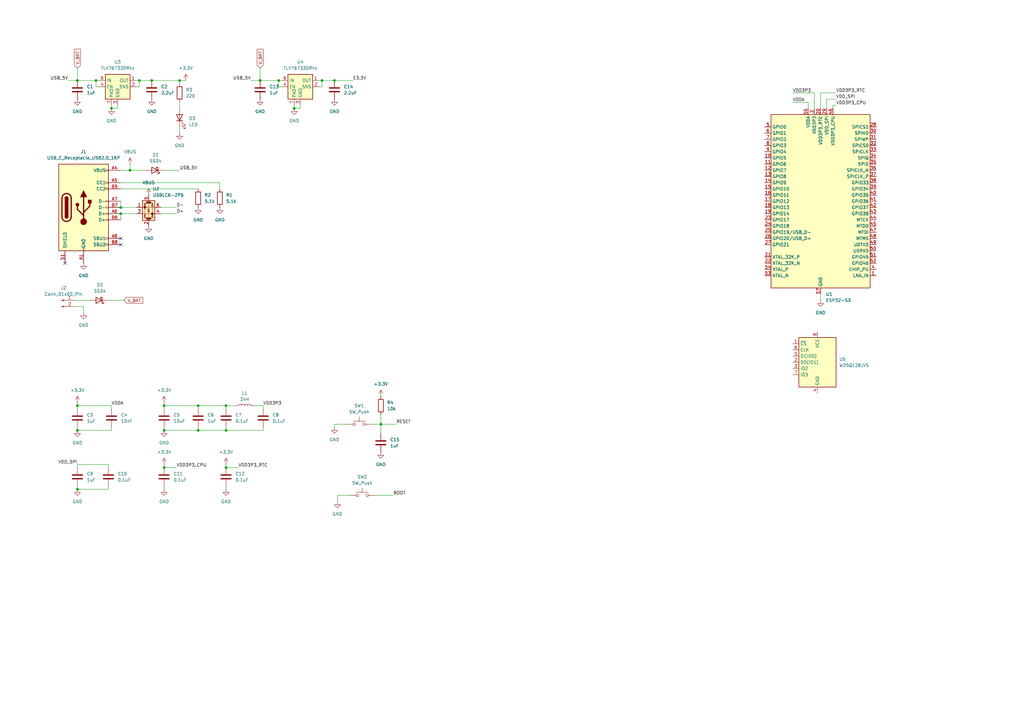
<source format=kicad_sch>
(kicad_sch (version 20231120) (generator "eeschema") (generator_version "8.0")
  (paper "A3")
  (lib_symbols
    (symbol "Connector:Conn_01x02_Pin" (pin_names (offset 1.016) hide)
      (property "Reference" "J" (at 0 2.54 0))
      (property "Value" "Conn_01x02_Pin" (at 0 -5.08 0))
      (symbol "Conn_01x02_Pin_1_1"
        (polyline (pts (xy 1.27 -2.54) (xy 0.8636 -2.54)) (stroke (width 0.1524)))
        (polyline (pts (xy 1.27 0) (xy 0.8636 0)) (stroke (width 0.1524)))
        (rectangle (start 0.8636 -2.413) (end 0 -2.667) (stroke (width 0.1524)) (fill (type outline)))
        (rectangle (start 0.8636 0.127) (end 0 -0.127) (stroke (width 0.1524)) (fill (type outline)))
        (pin passive line (at 5.08 0 180) (length 3.81) (name "Pin_1") (number "1"))
        (pin passive line (at 5.08 -2.54 180) (length 3.81) (name "Pin_2") (number "2"))
      )
    )
    (symbol "Connector:USB_C_Receptacle_USB2.0_16P" (pin_names (offset 1.016))
      (property "Reference" "J" (at 0 22.225 0))
      (property "Value" "USB_C_Receptacle_USB2.0_16P" (at 0 19.685 0))
      (symbol "USB_C_Receptacle_USB2.0_16P_0_0"
        (rectangle (start -0.254 -17.78) (end 0.254 -16.764))
        (rectangle (start 10.16 -14.986) (end 9.144 -15.494))
        (rectangle (start 10.16 -12.446) (end 9.144 -12.954))
        (rectangle (start 10.16 -4.826) (end 9.144 -5.334))
        (rectangle (start 10.16 -2.286) (end 9.144 -2.794))
        (rectangle (start 10.16 0.254) (end 9.144 -0.254))
        (rectangle (start 10.16 2.794) (end 9.144 2.286))
        (rectangle (start 10.16 7.874) (end 9.144 7.366))
        (rectangle (start 10.16 10.414) (end 9.144 9.906))
        (rectangle (start 10.16 15.494) (end 9.144 14.986))
      )
      (symbol "USB_C_Receptacle_USB2.0_16P_0_1"
        (rectangle (start -10.16 17.78) (end 10.16 -17.78) (stroke (width 0.254)) (fill (type background)))
        (arc (start -8.89 -3.81) (mid -6.985 -5.7067) (end -5.08 -3.81) (stroke (width 0.508)))
        (arc (start -7.62 -3.81) (mid -6.985 -4.4423) (end -6.35 -3.81) (stroke (width 0.254)))
        (arc (start -7.62 -3.81) (mid -6.985 -4.4423) (end -6.35 -3.81) (stroke (width 0.254)) (fill (type outline)))
        (rectangle (start -7.62 -3.81) (end -6.35 3.81) (stroke (width 0.254)) (fill (type outline)))
        (arc (start -6.35 3.81) (mid -6.985 4.4423) (end -7.62 3.81) (stroke (width 0.254)))
        (arc (start -6.35 3.81) (mid -6.985 4.4423) (end -7.62 3.81) (stroke (width 0.254)) (fill (type outline)))
        (arc (start -5.08 3.81) (mid -6.985 5.7067) (end -8.89 3.81) (stroke (width 0.508)))
        (circle (center -2.54 1.143) (radius 0.635) (stroke (width 0.254)) (fill (type outline)))
        (circle (center 0 -5.842) (radius 1.27) (fill (type outline)))
        (polyline (pts (xy -8.89 -3.81) (xy -8.89 3.81)) (stroke (width 0.508)))
        (polyline (pts (xy -5.08 3.81) (xy -5.08 -3.81)) (stroke (width 0.508)))
        (polyline (pts (xy 0 -5.842) (xy 0 4.318)) (stroke (width 0.508)))
        (polyline (pts (xy 0 -3.302) (xy -2.54 -0.762) (xy -2.54 0.508)) (stroke (width 0.508)))
        (polyline (pts (xy 0 -2.032) (xy 2.54 0.508) (xy 2.54 1.778)) (stroke (width 0.508)))
        (polyline (pts (xy -1.27 4.318) (xy 0 6.858) (xy 1.27 4.318) (xy -1.27 4.318)) (stroke (width 0.254)) (fill (type outline)))
        (rectangle (start 1.905 1.778) (end 3.175 3.048) (stroke (width 0.254)) (fill (type outline)))
      )
      (symbol "USB_C_Receptacle_USB2.0_16P_1_1"
        (pin passive line (at 0 -22.86 90) (length 5.08) (name "GND") (number "A1"))
        (pin passive line (at 0 -22.86 90) (length 5.08) hide (name "GND") (number "A12"))
        (pin passive line (at 15.24 15.24 180) (length 5.08) (name "VBUS") (number "A4"))
        (pin bidirectional line (at 15.24 10.16 180) (length 5.08) (name "CC1") (number "A5"))
        (pin bidirectional line (at 15.24 -2.54 180) (length 5.08) (name "D+") (number "A6"))
        (pin bidirectional line (at 15.24 2.54 180) (length 5.08) (name "D-") (number "A7"))
        (pin bidirectional line (at 15.24 -12.7 180) (length 5.08) (name "SBU1") (number "A8"))
        (pin passive line (at 15.24 15.24 180) (length 5.08) hide (name "VBUS") (number "A9"))
        (pin passive line (at 0 -22.86 90) (length 5.08) hide (name "GND") (number "B1"))
        (pin passive line (at 0 -22.86 90) (length 5.08) hide (name "GND") (number "B12"))
        (pin passive line (at 15.24 15.24 180) (length 5.08) hide (name "VBUS") (number "B4"))
        (pin bidirectional line (at 15.24 7.62 180) (length 5.08) (name "CC2") (number "B5"))
        (pin bidirectional line (at 15.24 -5.08 180) (length 5.08) (name "D+") (number "B6"))
        (pin bidirectional line (at 15.24 0 180) (length 5.08) (name "D-") (number "B7"))
        (pin bidirectional line (at 15.24 -15.24 180) (length 5.08) (name "SBU2") (number "B8"))
        (pin passive line (at 15.24 15.24 180) (length 5.08) hide (name "VBUS") (number "B9"))
        (pin passive line (at -7.62 -22.86 90) (length 5.08) (name "SHIELD") (number "S1"))
      )
    )
    (symbol "Device:C" (pin_numbers hide) (pin_names (offset 0.254))
      (property "Reference" "C" (at 0.635 2.54 0))
      (property "Value" "C" (at 0.635 -2.54 0))
      (symbol "C_0_1"
        (polyline (pts (xy -2.032 -0.762) (xy 2.032 -0.762)) (stroke (width 0.508)))
        (polyline (pts (xy -2.032 0.762) (xy 2.032 0.762)) (stroke (width 0.508)))
      )
      (symbol "C_1_1"
        (pin passive line (at 0 3.81 270) (length 2.794) (name "~") (number "1"))
        (pin passive line (at 0 -3.81 90) (length 2.794) (name "~") (number "2"))
      )
    )
    (symbol "Device:D_Schottky" (pin_numbers hide) (pin_names (offset 1.016) hide)
      (property "Reference" "D" (at 0 2.54 0))
      (property "Value" "D_Schottky" (at 0 -2.54 0))
      (symbol "D_Schottky_0_1"
        (polyline (pts (xy 1.27 0) (xy -1.27 0)))
        (polyline (pts (xy 1.27 1.27) (xy 1.27 -1.27) (xy -1.27 0) (xy 1.27 1.27)) (stroke (width 0.254)))
        (polyline (pts (xy -1.905 0.635) (xy -1.905 1.27) (xy -1.27 1.27) (xy -1.27 -1.27) (xy -0.635 -1.27) (xy -0.635 -0.635)) (stroke (width 0.254)))
      )
      (symbol "D_Schottky_1_1"
        (pin passive line (at -3.81 0 0) (length 2.54) (name "K") (number "1"))
        (pin passive line (at 3.81 0 180) (length 2.54) (name "A") (number "2"))
      )
    )
    (symbol "Device:L" (pin_numbers hide) (pin_names (offset 1.016) hide)
      (property "Reference" "L" (at -1.27 0 90))
      (property "Value" "L" (at 1.905 0 90))
      (symbol "L_0_1"
        (arc (start 0 -2.54) (mid 0.6323 -1.905) (end 0 -1.27))
        (arc (start 0 -1.27) (mid 0.6323 -0.635) (end 0 0))
        (arc (start 0 0) (mid 0.6323 0.635) (end 0 1.27))
        (arc (start 0 1.27) (mid 0.6323 1.905) (end 0 2.54))
      )
      (symbol "L_1_1"
        (pin passive line (at 0 3.81 270) (length 1.27) (name "1") (number "1"))
        (pin passive line (at 0 -3.81 90) (length 1.27) (name "2") (number "2"))
      )
    )
    (symbol "Device:LED" (pin_numbers hide) (pin_names (offset 1.016) hide)
      (property "Reference" "D" (at 0 2.54 0))
      (property "Value" "LED" (at 0 -2.54 0))
      (symbol "LED_0_1"
        (polyline (pts (xy -1.27 -1.27) (xy -1.27 1.27)) (stroke (width 0.254)))
        (polyline (pts (xy -1.27 0) (xy 1.27 0)))
        (polyline (pts (xy 1.27 -1.27) (xy 1.27 1.27) (xy -1.27 0) (xy 1.27 -1.27)) (stroke (width 0.254)))
        (polyline (pts (xy -3.048 -0.762) (xy -4.572 -2.286) (xy -3.81 -2.286) (xy -4.572 -2.286) (xy -4.572 -1.524)))
        (polyline (pts (xy -1.778 -0.762) (xy -3.302 -2.286) (xy -2.54 -2.286) (xy -3.302 -2.286) (xy -3.302 -1.524)))
      )
      (symbol "LED_1_1"
        (pin passive line (at -3.81 0 0) (length 2.54) (name "K") (number "1"))
        (pin passive line (at 3.81 0 180) (length 2.54) (name "A") (number "2"))
      )
    )
    (symbol "Device:R" (pin_numbers hide) (pin_names (offset 0))
      (property "Reference" "R" (at 2.032 0 90))
      (property "Value" "R" (at 0 0 90))
      (symbol "R_0_1"
        (rectangle (start -1.016 -2.54) (end 1.016 2.54) (stroke (width 0.254)))
      )
      (symbol "R_1_1"
        (pin passive line (at 0 3.81 270) (length 1.27) (name "~") (number "1"))
        (pin passive line (at 0 -3.81 90) (length 1.27) (name "~") (number "2"))
      )
    )
    (symbol "MCU_Espressif:ESP32-S3"
      (property "Reference" "U" (at 10.16 -38.1 0))
      (property "Value" "ESP32-S3" (at 13.97 -40.64 0))
      (symbol "ESP32-S3_0_1"
        (rectangle (start -20.32 35.56) (end 20.32 -35.56) (stroke (width 0.254)) (fill (type background)))
      )
      (symbol "ESP32-S3_1_0"
        (pin bidirectional line (at 22.86 12.7 180) (length 2.54) (name "SPICLK_N") (number "36"))
        (pin bidirectional line (at 22.86 -10.16 180) (length 2.54) (name "MTDO") (number "45"))
        (pin bidirectional line (at 22.86 -22.86 180) (length 2.54) (name "GPIO45") (number "51"))
        (pin passive line (at -5.08 38.1 270) (length 2.54) hide (name "VDDA") (number "56"))
      )
      (symbol "ESP32-S3_1_1"
        (pin bidirectional line (at 22.86 -30.48 180) (length 2.54) (name "LNA_IN") (number "1"))
        (pin bidirectional line (at -22.86 17.78 0) (length 2.54) (name "GPIO5") (number "10"))
        (pin bidirectional line (at -22.86 15.24 0) (length 2.54) (name "GPIO6") (number "11"))
        (pin bidirectional line (at -22.86 12.7 0) (length 2.54) (name "GPIO7") (number "12"))
        (pin bidirectional line (at -22.86 10.16 0) (length 2.54) (name "GPIO8") (number "13"))
        (pin bidirectional line (at -22.86 7.62 0) (length 2.54) (name "GPIO9") (number "14"))
        (pin bidirectional line (at -22.86 5.08 0) (length 2.54) (name "GPIO10") (number "15"))
        (pin bidirectional line (at -22.86 2.54 0) (length 2.54) (name "GPIO11") (number "16"))
        (pin bidirectional line (at -22.86 0 0) (length 2.54) (name "GPIO12") (number "17"))
        (pin bidirectional line (at -22.86 -2.54 0) (length 2.54) (name "GPIO13") (number "18"))
        (pin bidirectional line (at -22.86 -5.08 0) (length 2.54) (name "GPIO14") (number "19"))
        (pin power_in line (at -2.54 38.1 270) (length 2.54) (name "VDD3P3") (number "2"))
        (pin power_in line (at 0 38.1 270) (length 2.54) (name "VDD3P3_RTC") (number "20"))
        (pin passive line (at -22.86 -22.86 0) (length 2.54) (name "XTAL_32K_P") (number "21"))
        (pin passive line (at -22.86 -25.4 0) (length 2.54) (name "XTAL_32K_N") (number "22"))
        (pin bidirectional line (at -22.86 -7.62 0) (length 2.54) (name "GPIO17") (number "23"))
        (pin bidirectional line (at -22.86 -10.16 0) (length 2.54) (name "GPIO18") (number "24"))
        (pin bidirectional line (at -22.86 -12.7 0) (length 2.54) (name "GPIO19/USB_D-") (number "25"))
        (pin bidirectional line (at -22.86 -15.24 0) (length 2.54) (name "GPIO20/USB_D+") (number "26"))
        (pin bidirectional line (at -22.86 -17.78 0) (length 2.54) (name "GPIO21") (number "27"))
        (pin bidirectional line (at 22.86 30.48 180) (length 2.54) (name "SPICS1") (number "28"))
        (pin power_in line (at 2.54 38.1 270) (length 2.54) (name "VDD_SPI") (number "29"))
        (pin passive line (at -2.54 38.1 270) (length 2.54) hide (name "VDD3P3") (number "3"))
        (pin bidirectional line (at 22.86 27.94 180) (length 2.54) (name "SPIHD") (number "30"))
        (pin bidirectional line (at 22.86 25.4 180) (length 2.54) (name "SPIWP") (number "31"))
        (pin bidirectional line (at 22.86 22.86 180) (length 2.54) (name "SPICS0") (number "32"))
        (pin bidirectional line (at 22.86 20.32 180) (length 2.54) (name "SPICLK") (number "33"))
        (pin bidirectional line (at 22.86 17.78 180) (length 2.54) (name "SPIQ") (number "34"))
        (pin bidirectional line (at 22.86 15.24 180) (length 2.54) (name "SPID") (number "35"))
        (pin bidirectional line (at 22.86 10.16 180) (length 2.54) (name "SPICLK_P") (number "37"))
        (pin bidirectional line (at 22.86 7.62 180) (length 2.54) (name "GPIO33") (number "38"))
        (pin bidirectional line (at 22.86 5.08 180) (length 2.54) (name "GPIO34") (number "39"))
        (pin input line (at 22.86 -27.94 180) (length 2.54) (name "CHIP_PU") (number "4"))
        (pin bidirectional line (at 22.86 2.54 180) (length 2.54) (name "GPIO35") (number "40"))
        (pin bidirectional line (at 22.86 0 180) (length 2.54) (name "GPIO36") (number "41"))
        (pin bidirectional line (at 22.86 -2.54 180) (length 2.54) (name "GPIO37") (number "42"))
        (pin bidirectional line (at 22.86 -5.08 180) (length 2.54) (name "GPIO38") (number "43"))
        (pin bidirectional line (at 22.86 -7.62 180) (length 2.54) (name "MTCK") (number "44"))
        (pin power_in line (at 5.08 38.1 270) (length 2.54) (name "VDD3P3_CPU") (number "46"))
        (pin bidirectional line (at 22.86 -12.7 180) (length 2.54) (name "MTDI") (number "47"))
        (pin bidirectional line (at 22.86 -15.24 180) (length 2.54) (name "MTMS") (number "48"))
        (pin bidirectional line (at 22.86 -17.78 180) (length 2.54) (name "U0TXD") (number "49"))
        (pin bidirectional line (at -22.86 30.48 0) (length 2.54) (name "GPIO0") (number "5"))
        (pin bidirectional line (at 22.86 -20.32 180) (length 2.54) (name "U0RXD") (number "50"))
        (pin bidirectional line (at 22.86 -25.4 180) (length 2.54) (name "GPIO46") (number "52"))
        (pin output line (at -22.86 -30.48 0) (length 2.54) (name "XTAL_N") (number "53"))
        (pin input line (at -22.86 -27.94 0) (length 2.54) (name "XTAL_P") (number "54"))
        (pin power_in line (at -5.08 38.1 270) (length 2.54) (name "VDDA") (number "55"))
        (pin power_in line (at 0 -38.1 90) (length 2.54) (name "GND") (number "57"))
        (pin bidirectional line (at -22.86 27.94 0) (length 2.54) (name "GPIO1") (number "6"))
        (pin bidirectional line (at -22.86 25.4 0) (length 2.54) (name "GPIO2") (number "7"))
        (pin bidirectional line (at -22.86 22.86 0) (length 2.54) (name "GPIO3") (number "8"))
        (pin bidirectional line (at -22.86 20.32 0) (length 2.54) (name "GPIO4") (number "9"))
      )
    )
    (symbol "Memory_Flash:W25Q128JVS"
      (property "Reference" "U" (at -8.89 8.89 0))
      (property "Value" "W25Q128JVS" (at 7.62 8.89 0))
      (symbol "W25Q128JVS_0_1"
        (rectangle (start -7.62 10.16) (end 7.62 -10.16) (stroke (width 0.254)) (fill (type background)))
      )
      (symbol "W25Q128JVS_1_1"
        (pin input line (at -10.16 7.62 0) (length 2.54) (name "~{CS}") (number "1"))
        (pin bidirectional line (at -10.16 0 0) (length 2.54) (name "DO(IO1)") (number "2"))
        (pin bidirectional line (at -10.16 -2.54 0) (length 2.54) (name "IO2") (number "3"))
        (pin power_in line (at 0 -12.7 90) (length 2.54) (name "GND") (number "4"))
        (pin bidirectional line (at -10.16 2.54 0) (length 2.54) (name "DI(IO0)") (number "5"))
        (pin input line (at -10.16 5.08 0) (length 2.54) (name "CLK") (number "6"))
        (pin bidirectional line (at -10.16 -5.08 0) (length 2.54) (name "IO3") (number "7"))
        (pin power_in line (at 0 12.7 270) (length 2.54) (name "VCC") (number "8"))
      )
    )
    (symbol "Power_Protection:USBLC6-2P6" (pin_names hide)
      (property "Reference" "U" (at 0.635 5.715 0))
      (property "Value" "USBLC6-2P6" (at 0.635 3.81 0))
      (symbol "USBLC6-2P6_0_0"
        (circle (center -1.524 0) (radius 0.0001) (stroke (width 0.508)))
        (circle (center -0.508 -4.572) (radius 0.0001) (stroke (width 0.508)))
        (circle (center -0.508 2.032) (radius 0.0001) (stroke (width 0.508)))
        (circle (center 0.508 -4.572) (radius 0.0001) (stroke (width 0.508)))
        (circle (center 0.508 2.032) (radius 0.0001) (stroke (width 0.508)))
        (circle (center 1.524 -2.54) (radius 0.0001) (stroke (width 0.508)))
      )
      (symbol "USBLC6-2P6_0_1"
        (polyline (pts (xy -2.54 -2.54) (xy 2.54 -2.54)))
        (polyline (pts (xy -2.54 0) (xy 2.54 0)))
        (polyline (pts (xy -2.032 -3.048) (xy -1.016 -3.048)))
        (polyline (pts (xy -1.016 1.524) (xy -2.032 1.524)))
        (polyline (pts (xy 1.016 -3.048) (xy 2.032 -3.048)))
        (polyline (pts (xy 1.016 1.524) (xy 2.032 1.524)))
        (polyline (pts (xy -0.508 -1.143) (xy -0.508 -0.762) (xy 0.508 -0.762)))
        (polyline (pts (xy -2.032 0.508) (xy -1.016 0.508) (xy -1.524 1.524) (xy -2.032 0.508)))
        (polyline (pts (xy -1.016 -4.064) (xy -2.032 -4.064) (xy -1.524 -3.048) (xy -1.016 -4.064)))
        (polyline (pts (xy 0.508 -1.778) (xy -0.508 -1.778) (xy 0 -0.762) (xy 0.508 -1.778)))
        (polyline (pts (xy 2.032 -4.064) (xy 1.016 -4.064) (xy 1.524 -3.048) (xy 2.032 -4.064)))
        (polyline (pts (xy 2.032 0.508) (xy 1.016 0.508) (xy 1.524 1.524) (xy 2.032 0.508)))
        (polyline (pts (xy 0 2.54) (xy -0.508 2.032) (xy 0.508 2.032) (xy 0 1.524) (xy 0 -4.064) (xy -0.508 -4.572) (xy 0.508 -4.572) (xy 0 -5.08)))
      )
      (symbol "USBLC6-2P6_1_1"
        (rectangle (start -2.54 2.794) (end 2.54 -5.334) (stroke (width 0.254)) (fill (type background)))
        (polyline (pts (xy -0.508 2.032) (xy -1.524 2.032) (xy -1.524 -4.572) (xy -0.508 -4.572)))
        (polyline (pts (xy 0.508 -4.572) (xy 1.524 -4.572) (xy 1.524 2.032) (xy 0.508 2.032)))
        (pin passive line (at -5.08 0 0) (length 2.54) (name "I/O1") (number "1"))
        (pin passive line (at 0 -7.62 90) (length 2.54) (name "GND") (number "2"))
        (pin passive line (at -5.08 -2.54 0) (length 2.54) (name "I/O2") (number "3"))
        (pin passive line (at 5.08 -2.54 180) (length 2.54) (name "I/O2") (number "4"))
        (pin passive line (at 0 5.08 270) (length 2.54) (name "VBUS") (number "5"))
        (pin passive line (at 5.08 0 180) (length 2.54) (name "I/O1") (number "6"))
      )
    )
    (symbol "Regulator_Linear:TLV76733DRVx"
      (property "Reference" "U" (at 0 8.89 0))
      (property "Value" "TLV76733DRVx" (at 0 6.35 0))
      (symbol "TLV76733DRVx_0_1"
        (rectangle (start -5.08 -5.08) (end 5.08 5.08) (stroke (width 0.254)) (fill (type background)))
      )
      (symbol "TLV76733DRVx_1_1"
        (pin power_out line (at 7.62 2.54 180) (length 2.54) (name "OUT") (number "1"))
        (pin input line (at 7.62 0 180) (length 2.54) (name "SNS") (number "2"))
        (pin power_in line (at 0 -7.62 90) (length 2.54) (name "GND") (number "3"))
        (pin input line (at -7.62 0 0) (length 2.54) (name "EN") (number "4"))
        (pin passive line (at 0 -7.62 90) (length 2.54) hide (name "GND") (number "5"))
        (pin power_in line (at -7.62 2.54 0) (length 2.54) (name "IN") (number "6"))
        (pin passive line (at -2.54 -7.62 90) (length 2.54) (name "PAD") (number "7"))
      )
    )
    (symbol "Switch:SW_Push" (pin_numbers hide) (pin_names (offset 1.016) hide)
      (property "Reference" "SW" (at 1.27 2.54 0))
      (property "Value" "SW_Push" (at 0 -1.524 0))
      (symbol "SW_Push_0_1"
        (circle (center -2.032 0) (radius 0.508))
        (polyline (pts (xy 0 1.27) (xy 0 3.048)))
        (polyline (pts (xy 2.54 1.27) (xy -2.54 1.27)))
        (circle (center 2.032 0) (radius 0.508))
        (pin passive line (at -5.08 0 0) (length 2.54) (name "1") (number "1"))
        (pin passive line (at 5.08 0 180) (length 2.54) (name "2") (number "2"))
      )
    )
    (symbol "power:+3.3V" (power) (pin_numbers hide) (pin_names (offset 0) hide)
      (property "Value" "+3.3V" (at 0 3.556 0))
      (symbol "+3.3V_0_1"
        (polyline (pts (xy -0.762 1.27) (xy 0 2.54)))
        (polyline (pts (xy 0 0) (xy 0 2.54)))
        (polyline (pts (xy 0 2.54) (xy 0.762 1.27)))
      )
      (symbol "+3.3V_1_1"
        (pin power_in line (at 0 0 90) (length 0) (name "~") (number "1"))
      )
    )
    (symbol "power:GND" (power) (pin_numbers hide) (pin_names (offset 0) hide)
      (property "Value" "GND" (at 0 -3.81 0))
      (symbol "GND_0_1"
        (polyline (pts (xy 0 0) (xy 0 -1.27) (xy 1.27 -1.27) (xy 0 -2.54) (xy -1.27 -1.27) (xy 0 -1.27)))
      )
      (symbol "GND_1_1"
        (pin power_in line (at 0 0 270) (length 0) (name "~") (number "1"))
      )
    )
    (symbol "power:VBUS" (power) (pin_numbers hide) (pin_names (offset 0) hide)
      (property "Value" "VBUS" (at 0 3.556 0))
      (symbol "VBUS_0_1"
        (polyline (pts (xy -0.762 1.27) (xy 0 2.54)))
        (polyline (pts (xy 0 0) (xy 0 2.54)))
        (polyline (pts (xy 0 2.54) (xy 0.762 1.27)))
      )
      (symbol "VBUS_1_1"
        (pin power_in line (at 0 0 90) (length 0) (name "~") (number "1"))
      )
    )
  )
  (junction (at 31.75 176.53))
  (junction (at 120.65 44.45))
  (junction (at 92.71 176.53))
  (junction (at 31.75 33.02))
  (junction (at 62.23 33.02))
  (junction (at 67.31 191.77))
  (junction (at 132.08 33.02))
  (junction (at 73.66 33.02))
  (junction (at 156.21 173.99))
  (junction (at 53.34 69.85))
  (junction (at 81.28 176.53))
  (junction (at 106.68 33.02))
  (junction (at 114.3 33.02))
  (junction (at 137.16 33.02))
  (junction (at 45.72 44.45))
  (junction (at 57.15 33.02))
  (junction (at 92.71 166.37))
  (junction (at 67.31 166.37))
  (junction (at 49.53 85.09))
  (junction (at 49.53 87.63))
  (junction (at 92.71 191.77))
  (junction (at 39.37 33.02))
  (junction (at 81.28 166.37))
  (junction (at 31.75 200.66))
  (junction (at 31.75 166.37))
  (junction (at 67.31 176.53))
  (no_connect (at 49.53 97.79))
  (no_connect (at 26.67 107.95))
  (no_connect (at 49.53 100.33))
  (wire (pts (xy 31.75 175.26) (xy 31.75 176.53)))
  (wire (pts (xy 92.71 176.53) (xy 81.28 176.53)))
  (wire (pts (xy 53.34 67.31) (xy 53.34 69.85)))
  (wire (pts (xy 81.28 176.53) (xy 67.31 176.53)))
  (wire (pts (xy 336.55 44.45) (xy 336.55 38.1)))
  (wire (pts (xy 49.53 69.85) (xy 53.34 69.85)))
  (wire (pts (xy 156.21 173.99) (xy 156.21 177.8)))
  (wire (pts (xy 81.28 175.26) (xy 81.28 176.53)))
  (wire (pts (xy 57.15 33.02) (xy 62.23 33.02)))
  (wire (pts (xy 49.53 77.47) (xy 81.28 77.47)))
  (wire (pts (xy 40.64 35.56) (xy 39.37 35.56)))
  (wire (pts (xy 34.29 125.73) (xy 34.29 128.27)))
  (wire (pts (xy 67.31 69.85) (xy 73.66 69.85)))
  (wire (pts (xy 30.48 123.19) (xy 36.83 123.19)))
  (wire (pts (xy 57.15 35.56) (xy 57.15 33.02)))
  (wire (pts (xy 49.53 74.93) (xy 90.17 74.93)))
  (wire (pts (xy 31.75 33.02) (xy 39.37 33.02)))
  (wire (pts (xy 137.16 173.99) (xy 137.16 175.26)))
  (wire (pts (xy 31.75 176.53) (xy 45.72 176.53)))
  (wire (pts (xy 31.75 166.37) (xy 45.72 166.37)))
  (wire (pts (xy 106.68 27.94) (xy 106.68 33.02)))
  (wire (pts (xy 73.66 52.07) (xy 73.66 54.61)))
  (wire (pts (xy 130.81 33.02) (xy 132.08 33.02)))
  (wire (pts (xy 44.45 190.5) (xy 44.45 191.77)))
  (wire (pts (xy 130.81 35.56) (xy 132.08 35.56)))
  (wire (pts (xy 325.12 41.91) (xy 331.47 41.91)))
  (wire (pts (xy 53.34 69.85) (xy 59.69 69.85)))
  (wire (pts (xy 336.55 120.65) (xy 336.55 123.19)))
  (wire (pts (xy 67.31 199.39) (xy 67.31 200.66)))
  (wire (pts (xy 92.71 190.5) (xy 92.71 191.77)))
  (wire (pts (xy 92.71 166.37) (xy 96.52 166.37)))
  (wire (pts (xy 49.53 87.63) (xy 49.53 90.17)))
  (wire (pts (xy 339.09 44.45) (xy 339.09 40.64)))
  (wire (pts (xy 107.95 175.26) (xy 107.95 176.53)))
  (wire (pts (xy 72.39 87.63) (xy 66.04 87.63)))
  (wire (pts (xy 49.53 85.09) (xy 55.88 85.09)))
  (wire (pts (xy 44.45 199.39) (xy 44.45 200.66)))
  (wire (pts (xy 92.71 191.77) (xy 97.79 191.77)))
  (wire (pts (xy 31.75 199.39) (xy 31.75 200.66)))
  (wire (pts (xy 142.24 173.99) (xy 137.16 173.99)))
  (wire (pts (xy 107.95 167.64) (xy 107.95 166.37)))
  (wire (pts (xy 67.31 165.1) (xy 67.31 166.37)))
  (wire (pts (xy 31.75 191.77) (xy 31.75 190.5)))
  (wire (pts (xy 73.66 41.91) (xy 73.66 44.45)))
  (wire (pts (xy 107.95 176.53) (xy 92.71 176.53)))
  (wire (pts (xy 27.94 33.02) (xy 31.75 33.02)))
  (wire (pts (xy 115.57 35.56) (xy 114.3 35.56)))
  (wire (pts (xy 120.65 43.18) (xy 120.65 44.45)))
  (wire (pts (xy 55.88 33.02) (xy 57.15 33.02)))
  (wire (pts (xy 104.14 166.37) (xy 107.95 166.37)))
  (wire (pts (xy 45.72 43.18) (xy 45.72 44.45)))
  (wire (pts (xy 341.63 43.18) (xy 342.9 43.18)))
  (wire (pts (xy 152.4 173.99) (xy 156.21 173.99)))
  (wire (pts (xy 90.17 74.93) (xy 90.17 77.47)))
  (wire (pts (xy 44.45 200.66) (xy 31.75 200.66)))
  (wire (pts (xy 67.31 166.37) (xy 81.28 166.37)))
  (wire (pts (xy 72.39 85.09) (xy 66.04 85.09)))
  (wire (pts (xy 331.47 44.45) (xy 331.47 41.91)))
  (wire (pts (xy 156.21 173.99) (xy 162.56 173.99)))
  (wire (pts (xy 67.31 190.5) (xy 67.31 191.77)))
  (wire (pts (xy 153.67 203.2) (xy 161.29 203.2)))
  (wire (pts (xy 45.72 167.64) (xy 45.72 166.37)))
  (wire (pts (xy 325.12 38.1) (xy 334.01 38.1)))
  (wire (pts (xy 138.43 203.2) (xy 138.43 205.74)))
  (wire (pts (xy 45.72 175.26) (xy 45.72 176.53)))
  (wire (pts (xy 92.71 166.37) (xy 92.71 167.64)))
  (wire (pts (xy 92.71 199.39) (xy 92.71 200.66)))
  (wire (pts (xy 39.37 35.56) (xy 39.37 33.02)))
  (wire (pts (xy 334.01 44.45) (xy 334.01 38.1)))
  (wire (pts (xy 339.09 40.64) (xy 342.9 40.64)))
  (wire (pts (xy 62.23 33.02) (xy 73.66 33.02)))
  (wire (pts (xy 123.19 43.18) (xy 123.19 44.45)))
  (wire (pts (xy 73.66 33.02) (xy 76.2 33.02)))
  (wire (pts (xy 81.28 167.64) (xy 81.28 166.37)))
  (wire (pts (xy 49.53 82.55) (xy 49.53 85.09)))
  (wire (pts (xy 48.26 44.45) (xy 45.72 44.45)))
  (wire (pts (xy 92.71 175.26) (xy 92.71 176.53)))
  (wire (pts (xy 137.16 33.02) (xy 144.78 33.02)))
  (wire (pts (xy 30.48 125.73) (xy 34.29 125.73)))
  (wire (pts (xy 156.21 170.18) (xy 156.21 173.99)))
  (wire (pts (xy 336.55 38.1) (xy 342.9 38.1)))
  (wire (pts (xy 114.3 35.56) (xy 114.3 33.02)))
  (wire (pts (xy 114.3 33.02) (xy 115.57 33.02)))
  (wire (pts (xy 31.75 190.5) (xy 44.45 190.5)))
  (wire (pts (xy 123.19 44.45) (xy 120.65 44.45)))
  (wire (pts (xy 55.88 35.56) (xy 57.15 35.56)))
  (wire (pts (xy 132.08 33.02) (xy 137.16 33.02)))
  (wire (pts (xy 31.75 165.1) (xy 31.75 166.37)))
  (wire (pts (xy 44.45 123.19) (xy 50.8 123.19)))
  (wire (pts (xy 106.68 33.02) (xy 114.3 33.02)))
  (wire (pts (xy 31.75 166.37) (xy 31.75 167.64)))
  (wire (pts (xy 39.37 33.02) (xy 40.64 33.02)))
  (wire (pts (xy 132.08 35.56) (xy 132.08 33.02)))
  (wire (pts (xy 81.28 166.37) (xy 92.71 166.37)))
  (wire (pts (xy 49.53 87.63) (xy 55.88 87.63)))
  (wire (pts (xy 48.26 43.18) (xy 48.26 44.45)))
  (wire (pts (xy 67.31 166.37) (xy 67.31 167.64)))
  (wire (pts (xy 31.75 27.94) (xy 31.75 33.02)))
  (wire (pts (xy 102.87 33.02) (xy 106.68 33.02)))
  (wire (pts (xy 143.51 203.2) (xy 138.43 203.2)))
  (wire (pts (xy 67.31 176.53) (xy 67.31 175.26)))
  (wire (pts (xy 73.66 33.02) (xy 73.66 34.29)))
  (wire (pts (xy 341.63 44.45) (xy 341.63 43.18)))
  (wire (pts (xy 67.31 191.77) (xy 72.39 191.77)))
  (label "VDD3P3" (at 325.12 38.1 0))
  (label "VDD3P3_RTC" (at 97.79 191.77 0))
  (label "USB_5V" (at 27.94 33.02 180))
  (label "VDD3P3" (at 107.95 166.37 0))
  (label "VDD3P3_CPU" (at 72.39 191.77 0))
  (label "E3.3V" (at 144.78 33.02 0))
  (label "VDD_SPI" (at 31.75 190.5 180))
  (label "VDDA" (at 45.72 166.37 0))
  (label "VDD3P3_CPU" (at 342.9 43.18 0))
  (label "D+" (at 72.39 87.63 0))
  (label "VDD_SPI" (at 342.9 40.64 0))
  (label "USB_5V" (at 73.66 69.85 0))
  (label "BOOT" (at 161.29 203.2 0))
  (label "D-" (at 72.39 85.09 0))
  (label "VDD3P3_RTC" (at 342.9 38.1 0))
  (label "USB_5V" (at 102.87 33.02 180))
  (label "RESET" (at 162.56 173.99 0))
  (label "VDDA" (at 325.12 41.91 0))
  (global_label "V_BAT" (shape input) (at 106.68 27.94 90) (property "Intersheetrefs" "${INTERSHEET_REFS}" (effects (hide yes))))
  (global_label "V_BAT" (shape input) (at 31.75 27.94 90) (property "Intersheetrefs" "${INTERSHEET_REFS}" (effects (hide yes))))
  (global_label "V_BAT" (shape input) (at 50.8 123.19 0) (property "Intersheetrefs" "${INTERSHEET_REFS}" (effects (hide yes))))
  (symbol (lib_id "power:GND") (at 73.66 54.61 0) (unit 1)
    (property "Reference" "#PWR011" (effects (hide yes)))
    (property "Value" "GND" (at 73.66 59.69 0))
    (property "Description" "Power symbol creates a global label with name \"GND\" , ground" (effects (hide yes)))
  )
  (symbol (lib_id "Device:LED") (at 73.66 48.26 90) (unit 1)
    (property "Reference" "D3" (at 77.47 48.5774 90) (effects (justify right)))
    (property "Value" "LED" (at 77.47 51.1174 90) (effects (justify right)))
    (property "Footprint" "LED_SMD:LED_0805_2012Metric" (effects (hide yes)))
    (property "Description" "Light emitting diode" (effects (hide yes)))
    (property "REF" "C2297" (effects (hide yes)))
  )
  (symbol (lib_id "power:+3.3V") (at 156.21 162.56 0) (unit 1)
    (property "Reference" "#PWR028" (effects (hide yes)))
    (property "Value" "+3.3V" (at 156.21 157.48 0))
    (property "Description" "Power symbol creates a global label with name \"+3.3V\"" (effects (hide yes)))
  )
  (symbol (lib_id "Device:C") (at 106.68 36.83 0) (unit 1)
    (property "Reference" "C13" (at 110.49 35.5599 0) (effects (justify left)))
    (property "Value" "1uF" (at 110.49 38.0999 0) (effects (justify left)))
    (property "Footprint" "Capacitor_SMD:C_0603_1608Metric" (effects (hide yes)))
    (property "Description" "Unpolarized capacitor" (effects (hide yes)))
    (property "REF" " C106214" (effects (hide yes)))
  )
  (symbol (lib_id "power:GND") (at 90.17 85.09 0) (unit 1)
    (property "Reference" "#PWR03" (effects (hide yes)))
    (property "Value" "GND" (at 90.17 90.17 0))
    (property "Description" "Power symbol creates a global label with name \"GND\" , ground" (effects (hide yes)))
  )
  (symbol (lib_id "Device:C") (at 67.31 171.45 0) (unit 1)
    (property "Reference" "C5" (at 71.12 170.1799 0) (effects (justify left)))
    (property "Value" "10uF" (at 71.12 172.7199 0) (effects (justify left)))
    (property "Footprint" "Capacitor_SMD:C_0805_2012Metric" (effects (hide yes)))
    (property "Description" "Unpolarized capacitor" (effects (hide yes)))
    (property "REF" "C100083" (effects (hide yes)))
  )
  (symbol (lib_id "Device:R") (at 73.66 38.1 0) (unit 1)
    (property "Reference" "R3" (at 76.2 36.8299 0) (effects (justify left)))
    (property "Value" "220" (at 76.2 39.3699 0) (effects (justify left)))
    (property "Footprint" "Resistor_SMD:R_0805_2012Metric" (effects (hide yes)))
    (property "Description" "Resistor" (effects (hide yes)))
    (property "REF" "C2771036" (effects (hide yes)))
  )
  (symbol (lib_id "power:VBUS") (at 53.34 67.31 0) (unit 1)
    (property "Reference" "#PWR01" (effects (hide yes)))
    (property "Value" "VBUS" (at 53.34 62.23 0))
    (property "Description" "Power symbol creates a global label with name \"VBUS\"" (effects (hide yes)))
  )
  (symbol (lib_id "power:+3.3V") (at 92.71 190.5 0) (unit 1)
    (property "Reference" "#PWR020" (effects (hide yes)))
    (property "Value" "+3.3V" (at 92.71 185.42 0))
    (property "Description" "Power symbol creates a global label with name \"+3.3V\"" (effects (hide yes)))
  )
  (symbol (lib_id "power:GND") (at 106.68 40.64 0) (unit 1)
    (property "Reference" "#PWR022" (effects (hide yes)))
    (property "Value" "GND" (at 106.68 45.72 0))
    (property "Description" "Power symbol creates a global label with name \"GND\" , ground" (effects (hide yes)))
  )
  (symbol (lib_id "power:+3.3V") (at 67.31 165.1 0) (unit 1)
    (property "Reference" "#PWR015" (effects (hide yes)))
    (property "Value" "+3.3V" (at 67.31 160.02 0))
    (property "Description" "Power symbol creates a global label with name \"+3.3V\"" (effects (hide yes)))
  )
  (symbol (lib_id "power:GND") (at 31.75 40.64 0) (unit 1)
    (property "Reference" "#PWR08" (effects (hide yes)))
    (property "Value" "GND" (at 31.75 45.72 0))
    (property "Description" "Power symbol creates a global label with name \"GND\" , ground" (effects (hide yes)))
  )
  (symbol (lib_id "power:GND") (at 31.75 200.66 0) (unit 1)
    (property "Reference" "#PWR017" (effects (hide yes)))
    (property "Value" "GND" (at 31.75 205.74 0))
    (property "Description" "Power symbol creates a global label with name \"GND\" , ground" (effects (hide yes)))
  )
  (symbol (lib_id "Device:C") (at 67.31 195.58 0) (unit 1)
    (property "Reference" "C11" (at 71.12 194.3099 0) (effects (justify left)))
    (property "Value" "0.1uF" (at 71.12 196.8499 0) (effects (justify left)))
    (property "Footprint" "Capacitor_SMD:C_1206_3216Metric" (effects (hide yes)))
    (property "Description" "Unpolarized capacitor" (effects (hide yes)))
    (property "REF" "C93194" (effects (hide yes)))
  )
  (symbol (lib_id "power:GND") (at 137.16 175.26 0) (unit 1)
    (property "Reference" "#PWR026" (effects (hide yes)))
    (property "Value" "GND" (at 137.16 180.34 0))
    (property "Description" "Power symbol creates a global label with name \"GND\" , ground" (effects (hide yes)))
  )
  (symbol (lib_id "Device:C") (at 81.28 171.45 0) (unit 1)
    (property "Reference" "C6" (at 85.09 170.1799 0) (effects (justify left)))
    (property "Value" "1uF" (at 85.09 172.7199 0) (effects (justify left)))
    (property "Footprint" "Capacitor_SMD:C_0603_1608Metric" (effects (hide yes)))
    (property "Description" "Unpolarized capacitor" (effects (hide yes)))
    (property "REF" " C106214" (effects (hide yes)))
  )
  (symbol (lib_id "Device:C") (at 92.71 171.45 0) (unit 1)
    (property "Reference" "C7" (at 96.52 170.1799 0) (effects (justify left)))
    (property "Value" "0.1uF" (at 96.52 172.7199 0) (effects (justify left)))
    (property "Footprint" "Capacitor_SMD:C_1206_3216Metric" (effects (hide yes)))
    (property "Description" "Unpolarized capacitor" (effects (hide yes)))
    (property "REF" "C93194" (effects (hide yes)))
  )
  (symbol (lib_id "Device:L") (at 100.33 166.37 90) (unit 1)
    (property "Reference" "L1" (at 100.33 161.29 90))
    (property "Value" "2nH" (at 100.33 163.83 90))
    (property "Footprint" "Inductor_SMD:L_0201_0603Metric" (effects (hide yes)))
    (property "Description" "Inductor" (effects (hide yes)))
    (property "REF" " C415347" (effects (hide yes)))
  )
  (symbol (lib_id "power:+3.3V") (at 67.31 190.5 0) (unit 1)
    (property "Reference" "#PWR019" (effects (hide yes)))
    (property "Value" "+3.3V" (at 67.31 185.42 0))
    (property "Description" "Power symbol creates a global label with name \"+3.3V\"" (effects (hide yes)))
  )
  (symbol (lib_id "MCU_Espressif:ESP32-S3") (at 336.55 82.55 0) (unit 1)
    (property "Reference" "U1" (at 338.7441 120.65 0) (effects (justify left)))
    (property "Value" "ESP32-S3" (at 338.7441 123.19 0) (effects (justify left)))
    (property "Footprint" "Package_DFN_QFN:QFN-56-1EP_7x7mm_P0.4mm_EP4x4mm" (effects (hide yes)))
    (property "Datasheet" "https://www.espressif.com/sites/default/files/documentation/esp32-s3_datasheet_en.pdf" (effects (hide yes)))
    (property "Description" "Microcontroller, Wi-Fi 802.11b/g/n, Bluetooth, 32bit" (effects (hide yes)))
    (property "REF" "C2913192" (effects (hide yes)))
  )
  (symbol (lib_id "power:GND") (at 92.71 200.66 0) (unit 1)
    (property "Reference" "#PWR021" (effects (hide yes)))
    (property "Value" "GND" (at 92.71 205.74 0))
    (property "Description" "Power symbol creates a global label with name \"GND\" , ground" (effects (hide yes)))
  )
  (symbol (lib_id "power:GND") (at 156.21 185.42 0) (unit 1)
    (property "Reference" "#PWR027" (effects (hide yes)))
    (property "Value" "GND" (at 156.21 190.5 0))
    (property "Description" "Power symbol creates a global label with name \"GND\" , ground" (effects (hide yes)))
  )
  (symbol (lib_id "power:GND") (at 62.23 40.64 0) (unit 1)
    (property "Reference" "#PWR09" (effects (hide yes)))
    (property "Value" "GND" (at 62.23 45.72 0))
    (property "Description" "Power symbol creates a global label with name \"GND\" , ground" (effects (hide yes)))
  )
  (symbol (lib_id "Device:C") (at 45.72 171.45 0) (unit 1)
    (property "Reference" "C4" (at 49.53 170.1799 0) (effects (justify left)))
    (property "Value" "10nF" (at 49.53 172.7199 0) (effects (justify left)))
    (property "Footprint" "Capacitor_SMD:C_1206_3216Metric" (effects (hide yes)))
    (property "Description" "Unpolarized capacitor" (effects (hide yes)))
    (property "REF" "C77500" (effects (hide yes)))
  )
  (symbol (lib_id "Device:C") (at 137.16 36.83 0) (unit 1)
    (property "Reference" "C14" (at 140.97 35.5599 0) (effects (justify left)))
    (property "Value" "2.2uF" (at 140.97 38.0999 0) (effects (justify left)))
    (property "Footprint" "Capacitor_SMD:C_0402_1005Metric" (effects (hide yes)))
    (property "Description" "Unpolarized capacitor" (effects (hide yes)))
    (property "REF" "C386078" (effects (hide yes)))
  )
  (symbol (lib_id "power:GND") (at 137.16 40.64 0) (unit 1)
    (property "Reference" "#PWR024" (effects (hide yes)))
    (property "Value" "GND" (at 137.16 45.72 0))
    (property "Description" "Power symbol creates a global label with name \"GND\" , ground" (effects (hide yes)))
  )
  (symbol (lib_id "power:GND") (at 34.29 107.95 0) (unit 1)
    (property "Reference" "#PWR04" (effects (hide yes)))
    (property "Value" "GND" (at 34.29 113.03 0))
    (property "Description" "Power symbol creates a global label with name \"GND\" , ground" (effects (hide yes)))
  )
  (symbol (lib_id "power:GND") (at 67.31 200.66 0) (unit 1)
    (property "Reference" "#PWR018" (effects (hide yes)))
    (property "Value" "GND" (at 67.31 205.74 0))
    (property "Description" "Power symbol creates a global label with name \"GND\" , ground" (effects (hide yes)))
  )
  (symbol (lib_id "Device:C") (at 31.75 171.45 0) (unit 1)
    (property "Reference" "C3" (at 35.56 170.1799 0) (effects (justify left)))
    (property "Value" "1uF" (at 35.56 172.7199 0) (effects (justify left)))
    (property "Footprint" "Capacitor_SMD:C_0603_1608Metric" (effects (hide yes)))
    (property "Description" "Unpolarized capacitor" (effects (hide yes)))
    (property "REF" " C106214" (effects (hide yes)))
  )
  (symbol (lib_id "Regulator_Linear:TLV76733DRVx") (at 123.19 35.56 0) (unit 1)
    (property "Reference" "U4" (at 123.19 25.4 0))
    (property "Value" "TLV76733DRVx" (at 123.19 27.94 0))
    (property "Footprint" "Package_SON:WSON-6-1EP_2x2mm_P0.65mm_EP1x1.6mm_ThermalVias" (effects (hide yes)))
    (property "Datasheet" "www.ti.com/lit/gpn/TLV767" (effects (hide yes)))
    (property "Description" "1A Precision Linear Voltage Regulator, with enable pin, Fixed Output 3.3V, WSON6" (effects (hide yes)))
    (property "REF" "C2848334 " (effects (hide yes)))
  )
  (symbol (lib_id "power:+3.3V") (at 76.2 33.02 0) (unit 1)
    (property "Reference" "#PWR012" (effects (hide yes)))
    (property "Value" "+3.3V" (at 76.2 27.94 0))
    (property "Description" "Power symbol creates a global label with name \"+3.3V\"" (effects (hide yes)))
  )
  (symbol (lib_id "Device:R") (at 81.28 81.28 0) (unit 1)
    (property "Reference" "R2" (at 83.82 80.0099 0) (effects (justify left)))
    (property "Value" "5.1k" (at 83.82 82.5499 0) (effects (justify left)))
    (property "Footprint" "Resistor_SMD:R_0402_1005Metric" (effects (hide yes)))
    (property "Description" "Resistor" (effects (hide yes)))
    (property "REF" " C294638" (effects (hide yes)))
  )
  (symbol (lib_id "power:GND") (at 34.29 128.27 0) (unit 1)
    (property "Reference" "#PWR010" (effects (hide yes)))
    (property "Value" "GND" (at 34.29 133.35 0))
    (property "Description" "Power symbol creates a global label with name \"GND\" , ground" (effects (hide yes)))
  )
  (symbol (lib_id "power:GND") (at 31.75 176.53 0) (unit 1)
    (property "Reference" "#PWR014" (effects (hide yes)))
    (property "Value" "GND" (at 31.75 181.61 0))
    (property "Description" "Power symbol creates a global label with name \"GND\" , ground" (effects (hide yes)))
  )
  (symbol (lib_id "Device:C") (at 44.45 195.58 0) (unit 1)
    (property "Reference" "C10" (at 48.26 194.3099 0) (effects (justify left)))
    (property "Value" "0.1uF" (at 48.26 196.8499 0) (effects (justify left)))
    (property "Footprint" "Capacitor_SMD:C_1206_3216Metric" (effects (hide yes)))
    (property "Description" "Unpolarized capacitor" (effects (hide yes)))
    (property "REF" "C93194" (effects (hide yes)))
  )
  (symbol (lib_id "Device:D_Schottky") (at 40.64 123.19 180) (unit 1)
    (property "Reference" "D2" (at 40.9575 116.84 0))
    (property "Value" "SS34" (at 40.9575 119.38 0))
    (property "Footprint" "Diode_SMD:D_SMA" (effects (hide yes)))
    (property "Description" "Schottky diode" (effects (hide yes)))
    (property "REF" "C8678" (effects (hide yes)))
  )
  (symbol (lib_id "Regulator_Linear:TLV76733DRVx") (at 48.26 35.56 0) (unit 1)
    (property "Reference" "U3" (at 48.26 25.4 0))
    (property "Value" "TLV76733DRVx" (at 48.26 27.94 0))
    (property "Footprint" "Package_SON:WSON-6-1EP_2x2mm_P0.65mm_EP1x1.6mm_ThermalVias" (effects (hide yes)))
    (property "Datasheet" "www.ti.com/lit/gpn/TLV767" (effects (hide yes)))
    (property "Description" "1A Precision Linear Voltage Regulator, with enable pin, Fixed Output 3.3V, WSON6" (effects (hide yes)))
    (property "REF" "C2848334 " (effects (hide yes)))
  )
  (symbol (lib_id "Device:C") (at 62.23 36.83 0) (unit 1)
    (property "Reference" "C2" (at 66.04 35.5599 0) (effects (justify left)))
    (property "Value" "2.2uF" (at 66.04 38.0999 0) (effects (justify left)))
    (property "Footprint" "Capacitor_SMD:C_0402_1005Metric" (effects (hide yes)))
    (property "Description" "Unpolarized capacitor" (effects (hide yes)))
    (property "REF" "C386078" (effects (hide yes)))
  )
  (symbol (lib_id "power:GND") (at 45.72 44.45 0) (unit 1)
    (property "Reference" "#PWR07" (effects (hide yes)))
    (property "Value" "GND" (at 45.72 49.53 0))
    (property "Description" "Power symbol creates a global label with name \"GND\" , ground" (effects (hide yes)))
  )
  (symbol (lib_id "Connector:USB_C_Receptacle_USB2.0_16P") (at 34.29 85.09 0) (unit 1)
    (property "Reference" "J1" (at 34.29 62.23 0))
    (property "Value" "USB_C_Receptacle_USB2.0_16P" (at 34.29 64.77 0))
    (property "Footprint" "Connector_USB:USB_C_Receptacle_GCT_USB4105-xx-A_16P_TopMnt_Horizontal" (effects (hide yes)))
    (property "Datasheet" "https://www.usb.org/sites/default/files/documents/usb_type-c.zip" (effects (hide yes)))
    (property "Description" "USB 2.0-only 16P Type-C Receptacle connector" (effects (hide yes)))
    (property "REF" "C2927038" (effects (hide yes)))
  )
  (symbol (lib_id "Device:R") (at 156.21 166.37 0) (unit 1)
    (property "Reference" "R4" (at 158.75 165.0999 0) (effects (justify left)))
    (property "Value" "10k" (at 158.75 167.6399 0) (effects (justify left)))
    (property "Footprint" "Resistor_SMD:R_0402_1005Metric" (effects (hide yes)))
    (property "Description" "Resistor" (effects (hide yes)))
    (property "REF" "C3152101" (effects (hide yes)))
  )
  (symbol (lib_id "power:+3.3V") (at 31.75 165.1 0) (unit 1)
    (property "Reference" "#PWR013" (effects (hide yes)))
    (property "Value" "+3.3V" (at 31.75 160.02 0))
    (property "Description" "Power symbol creates a global label with name \"+3.3V\"" (effects (hide yes)))
  )
  (symbol (lib_id "power:GND") (at 60.96 92.71 0) (unit 1)
    (property "Reference" "#PWR06" (effects (hide yes)))
    (property "Value" "GND" (at 60.96 97.79 0))
    (property "Description" "Power symbol creates a global label with name \"GND\" , ground" (effects (hide yes)))
  )
  (symbol (lib_id "power:GND") (at 336.55 123.19 0) (unit 1)
    (property "Reference" "#PWR025" (effects (hide yes)))
    (property "Value" "GND" (at 336.55 128.27 0))
    (property "Description" "Power symbol creates a global label with name \"GND\" , ground" (effects (hide yes)))
  )
  (symbol (lib_id "Device:C") (at 31.75 195.58 0) (unit 1)
    (property "Reference" "C9" (at 35.56 194.3099 0) (effects (justify left)))
    (property "Value" "1uF" (at 35.56 196.8499 0) (effects (justify left)))
    (property "Footprint" "Capacitor_SMD:C_0603_1608Metric" (effects (hide yes)))
    (property "Description" "Unpolarized capacitor" (effects (hide yes)))
    (property "REF" " C106214" (effects (hide yes)))
  )
  (symbol (lib_id "power:GND") (at 120.65 44.45 0) (unit 1)
    (property "Reference" "#PWR023" (effects (hide yes)))
    (property "Value" "GND" (at 120.65 49.53 0))
    (property "Description" "Power symbol creates a global label with name \"GND\" , ground" (effects (hide yes)))
  )
  (symbol (lib_id "Switch:SW_Push") (at 148.59 203.2 0) (unit 1)
    (property "Reference" "SW2" (at 148.59 195.58 0))
    (property "Value" "SW_Push" (at 148.59 198.12 0))
    (property "Footprint" "Button_Switch_SMD:SW_Push_SPST_NO_Alps_SKRK" (effects (hide yes)))
    (property "Description" "Push button switch, generic, two pins" (effects (hide yes)))
    (property "REF" " C720477" (effects (hide yes)))
  )
  (symbol (lib_id "Device:C") (at 156.21 181.61 0) (unit 1)
    (property "Reference" "C15" (at 160.02 180.3399 0) (effects (justify left)))
    (property "Value" "1uF" (at 160.02 182.8799 0) (effects (justify left)))
    (property "Footprint" "Capacitor_SMD:C_0603_1608Metric" (effects (hide yes)))
    (property "Description" "Unpolarized capacitor" (effects (hide yes)))
    (property "REF" " C106214" (effects (hide yes)))
  )
  (symbol (lib_id "power:GND") (at 138.43 205.74 0) (unit 1)
    (property "Reference" "#PWR029" (effects (hide yes)))
    (property "Value" "GND" (at 138.43 210.82 0))
    (property "Description" "Power symbol creates a global label with name \"GND\" , ground" (effects (hide yes)))
  )
  (symbol (lib_id "Device:C") (at 107.95 171.45 0) (unit 1)
    (property "Reference" "C8" (at 111.76 170.1799 0) (effects (justify left)))
    (property "Value" "0.1uF" (at 111.76 172.7199 0) (effects (justify left)))
    (property "Footprint" "Capacitor_SMD:C_1206_3216Metric" (effects (hide yes)))
    (property "Description" "Unpolarized capacitor" (effects (hide yes)))
    (property "REF" "C93194" (effects (hide yes)))
  )
  (symbol (lib_id "power:VBUS") (at 60.96 80.01 0) (unit 1)
    (property "Reference" "#PWR05" (effects (hide yes)))
    (property "Value" "VBUS" (at 60.96 74.93 0))
    (property "Description" "Power symbol creates a global label with name \"VBUS\"" (effects (hide yes)))
  )
  (symbol (lib_id "Memory_Flash:W25Q128JVS") (at 335.28 148.59 0) (unit 1)
    (property "Reference" "U5" (at 344.17 147.3199 0) (effects (justify left)))
    (property "Value" "W25Q128JVS" (at 344.17 149.8599 0) (effects (justify left)))
    (property "Footprint" "Package_SO:SOIC-8_5.23x5.23mm_P1.27mm" (effects (hide yes)))
    (property "Datasheet" "http://www.winbond.com/resource-files/w25q128jv_dtr%20revc%2003272018%20plus.pdf" (effects (hide yes)))
    (property "Description" "128Mb Serial Flash Memory, Standard/Dual/Quad SPI, SOIC-8" (effects (hide yes)))
  )
  (symbol (lib_id "Connector:Conn_01x02_Pin") (at 25.4 123.19 0) (unit 1)
    (property "Reference" "J2" (at 26.035 118.11 0))
    (property "Value" "Conn_01x02_Pin" (at 26.035 120.65 0))
    (property "Description" "Generic connector, single row, 01x02, script generated" (effects (hide yes)))
  )
  (symbol (lib_id "Device:R") (at 90.17 81.28 180) (unit 1)
    (property "Reference" "R1" (at 92.71 80.0099 0) (effects (justify right)))
    (property "Value" "5.1k" (at 92.71 82.5499 0) (effects (justify right)))
    (property "Footprint" "Resistor_SMD:R_0402_1005Metric" (effects (hide yes)))
    (property "Description" "Resistor" (effects (hide yes)))
    (property "REF" " C294638" (effects (hide yes)))
  )
  (symbol (lib_id "power:GND") (at 81.28 85.09 0) (unit 1)
    (property "Reference" "#PWR02" (effects (hide yes)))
    (property "Value" "GND" (at 81.28 90.17 0))
    (property "Description" "Power symbol creates a global label with name \"GND\" , ground" (effects (hide yes)))
  )
  (symbol (lib_id "Switch:SW_Push") (at 147.32 173.99 0) (unit 1)
    (property "Reference" "SW1" (at 147.32 166.37 0))
    (property "Value" "SW_Push" (at 147.32 168.91 0))
    (property "Footprint" "Button_Switch_SMD:SW_Push_SPST_NO_Alps_SKRK" (effects (hide yes)))
    (property "Description" "Push button switch, generic, two pins" (effects (hide yes)))
    (property "REF" " C720477" (effects (hide yes)))
  )
  (symbol (lib_id "Device:C") (at 92.71 195.58 0) (unit 1)
    (property "Reference" "C12" (at 96.52 194.3099 0) (effects (justify left)))
    (property "Value" "0.1uF" (at 96.52 196.8499 0) (effects (justify left)))
    (property "Footprint" "Capacitor_SMD:C_1206_3216Metric" (effects (hide yes)))
    (property "Description" "Unpolarized capacitor" (effects (hide yes)))
    (property "REF" "C93194" (effects (hide yes)))
  )
  (symbol (lib_id "Device:D_Schottky") (at 63.5 69.85 180) (unit 1)
    (property "Reference" "D1" (at 63.8175 63.5 0))
    (property "Value" "SS34" (at 63.8175 66.04 0))
    (property "Footprint" "Diode_SMD:D_SMA" (effects (hide yes)))
    (property "Description" "Schottky diode" (effects (hide yes)))
    (property "REF" "C8678" (effects (hide yes)))
  )
  (symbol (lib_id "power:GND") (at 67.31 176.53 0) (unit 1)
    (property "Reference" "#PWR016" (effects (hide yes)))
    (property "Value" "GND" (at 67.31 181.61 0))
    (property "Description" "Power symbol creates a global label with name \"GND\" , ground" (effects (hide yes)))
  )
  (symbol (lib_id "Device:C") (at 31.75 36.83 0) (unit 1)
    (property "Reference" "C1" (at 35.56 35.5599 0) (effects (justify left)))
    (property "Value" "1uF" (at 35.56 38.0999 0) (effects (justify left)))
    (property "Footprint" "Capacitor_SMD:C_0603_1608Metric" (effects (hide yes)))
    (property "Description" "Unpolarized capacitor" (effects (hide yes)))
    (property "REF" " C106214" (effects (hide yes)))
  )
  (symbol (lib_id "Power_Protection:USBLC6-2P6") (at 60.96 85.09 0) (unit 1)
    (property "Reference" "U2" (at 62.6111 77.47 0) (effects (justify left)))
    (property "Value" "USBLC6-2P6" (at 62.6111 80.01 0) (effects (justify left)))
    (property "Footprint" "Package_TO_SOT_SMD:SOT-666" (effects (hide yes)))
    (property "Datasheet" "https://www.st.com/resource/en/datasheet/usblc6-2.pdf" (effects (hide yes)))
    (property "Description" "Very low capacitance ESD protection diode, 2 data-line, SOT-666" (effects (hide yes)))
    (property "REF" " C2827693" (effects (hide yes)))
  )
)
</source>
